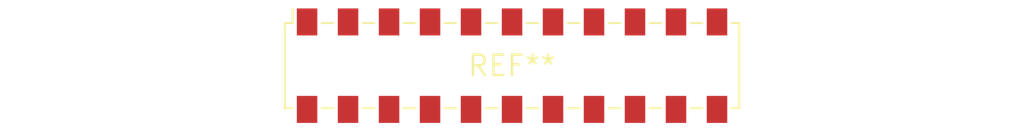
<source format=kicad_pcb>
(kicad_pcb (version 20240108) (generator pcbnew)
  (layers (0 "F.Cu" signal) (31 "B.Cu" signal) (34 "B.Paste" user) (35 "F.Paste" user) (36 "B.SilkS" user "B.Silkscreen") (37 "F.SilkS" user "F.Silkscreen") (38 "B.Mask" user) (39 "F.Mask" user) (44 "Edge.Cuts" user))
  (net 0 "")
  (footprint "Samtec_HLE-111-02-xxx-DV-BE-LC_2x11_P2.54mm_Horizontal" (layer "F.Cu") (at 0 0)
    (property "Reference" "REF**")
    (property "Value" "Samtec_HLE-111-02-xxx-DV-BE-LC_2x11_P2.54mm_Horizontal")
    (fp_line (start -14.08 -2.65) (end -14.08 2.65) (layer "F.SilkS") (stroke (width 0.12)))
    (fp_line (start -14.08 2.65) (end -13.595 2.65) (layer "F.SilkS") (stroke (width 0.12)))
    (fp_line (start -13.595 -3.56) (end -13.595 -2.65) (layer "F.SilkS") (stroke (width 0.12)))
    (fp_line (start -13.595 -2.65) (end -14.08 -2.65) (layer "F.SilkS") (stroke (width 0.12)))
    (fp_line (start -11.805 -2.65) (end -11.055 -2.65) (layer "F.SilkS") (stroke (width 0.12)))
    (fp_line (start -11.805 2.65) (end -11.055 2.65) (layer "F.SilkS") (stroke (width 0.12)))
    (fp_line (start -9.265 -2.65) (end -8.515 -2.65) (layer "F.SilkS") (stroke (width 0.12)))
    (fp_line (start -9.265 2.65) (end -8.515 2.65) (layer "F.SilkS") (stroke (width 0.12)))
    (fp_line (start -6.725 -2.65) (end -5.975 -2.65) (layer "F.SilkS") (stroke (width 0.12)))
    (fp_line (start -6.725 2.65) (end -5.975 2.65) (layer "F.SilkS") (stroke (width 0.12)))
    (fp_line (start -4.185 -2.65) (end -3.435 -2.65) (layer "F.SilkS") (stroke (width 0.12)))
    (fp_line (start -4.185 2.65) (end -3.435 2.65) (layer "F.SilkS") (stroke (width 0.12)))
    (fp_line (start -1.645 -2.65) (end -0.895 -2.65) (layer "F.SilkS") (stroke (width 0.12)))
    (fp_line (start -1.645 2.65) (end -0.895 2.65) (layer "F.SilkS") (stroke (width 0.12)))
    (fp_line (start 0.895 -2.65) (end 1.645 -2.65) (layer "F.SilkS") (stroke (width 0.12)))
    (fp_line (start 0.895 2.65) (end 1.645 2.65) (layer "F.SilkS") (stroke (width 0.12)))
    (fp_line (start 3.435 -2.65) (end 4.185 -2.65) (layer "F.SilkS") (stroke (width 0.12)))
    (fp_line (start 3.435 2.65) (end 4.185 2.65) (layer "F.SilkS") (stroke (width 0.12)))
    (fp_line (start 5.975 -2.65) (end 6.725 -2.65) (layer "F.SilkS") (stroke (width 0.12)))
    (fp_line (start 5.975 2.65) (end 6.725 2.65) (layer "F.SilkS") (stroke (width 0.12)))
    (fp_line (start 8.515 -2.65) (end 9.265 -2.65) (layer "F.SilkS") (stroke (width 0.12)))
    (fp_line (start 8.515 2.65) (end 9.265 2.65) (layer "F.SilkS") (stroke (width 0.12)))
    (fp_line (start 11.055 -2.65) (end 11.805 -2.65) (layer "F.SilkS") (stroke (width 0.12)))
    (fp_line (start 11.055 2.65) (end 11.805 2.65) (layer "F.SilkS") (stroke (width 0.12)))
    (fp_line (start 13.595 -2.65) (end 14.08 -2.65) (layer "F.SilkS") (stroke (width 0.12)))
    (fp_line (start 14.08 -2.65) (end 14.08 2.65) (layer "F.SilkS") (stroke (width 0.12)))
    (fp_line (start 14.08 2.65) (end 13.595 2.65) (layer "F.SilkS") (stroke (width 0.12)))
    (pad "" np_thru_hole circle (at -12.7 -1.27) (size 0.97 0.97) (drill 0.97) (layers *.Cu *.Mask))
    (pad "" np_thru_hole circle (at -12.7 1.27) (size 0.97 0.97) (drill 0.97) (layers *.Cu *.Mask))
    (pad "" np_thru_hole circle (at -11.43 0) (size 1.19 1.19) (drill 1.19) (layers *.Cu *.Mask))
    (pad "" np_thru_hole circle (at -10.16 -1.27) (size 0.97 0.97) (drill 0.97) (layers *.Cu *.Mask))
    (pad "" np_thru_hole circle (at -10.16 1.27) (size 0.97 0.97) (drill 0.97) (layers *.Cu *.Mask))
    (pad "" np_thru_hole circle (at -7.62 -1.27) (size 0.97 0.97) (drill 0.97) (layers *.Cu *.Mask))
    (pad "" np_thru_hole circle (at -7.62 1.27) (size 0.97 0.97) (drill 0.97) (layers *.Cu *.Mask))
    (pad "" np_thru_hole circle (at -5.08 -1.27) (size 0.97 0.97) (drill 0.97) (layers *.Cu *.Mask))
    (pad "" np_thru_hole circle (at -5.08 1.27) (size 0.97 0.97) (drill 0.97) (layers *.Cu *.Mask))
    (pad "" np_thru_hole circle (at -2.54 -1.27) (size 0.97 0.97) (drill 0.97) (layers *.Cu *.Mask))
    (pad "" np_thru_hole circle (at -2.54 1.27) (size 0.97 0.97) (drill 0.97) (layers *.Cu *.Mask))
    (pad "" np_thru_hole circle (at 0 -1.27) (size 0.97 0.97) (drill 0.97) (layers *.Cu *.Mask))
    (pad "" np_thru_hole circle (at 0 1.27) (size 0.97 0.97) (drill 0.97) (layers *.Cu *.Mask))
    (pad "" np_thru_hole circle (at 2.54 -1.27) (size 0.97 0.97) (drill 0.97) (layers *.Cu *.Mask))
    (pad "" np_thru_hole circle (at 2.54 1.27) (size 0.97 0.97) (drill 0.97) (layers *.Cu *.Mask))
    (pad "" np_thru_hole circle (at 5.08 -1.27) (size 0.97 0.97) (drill 0.97) (layers *.Cu *.Mask))
    (pad "" np_thru_hole circle (at 5.08 1.27) (size 0.97 0.97) (drill 0.97) (layers *.Cu *.Mask))
    (pad "" np_thru_hole circle (at 7.62 -1.27) (size 0.97 0.97) (drill 0.97) (layers *.Cu *.Mask))
    (pad "" np_thru_hole circle (at 7.62 1.27) (size 0.97 0.97) (drill 0.97) (layers *.Cu *.Mask))
    (pad "" np_thru_hole circle (at 10.16 -1.27) (size 0.97 0.97) (drill 0.97) (layers *.Cu *.Mask))
    (pad "" np_thru_hole circle (at 10.16 1.27) (size 0.97 0.97) (drill 0.97) (layers *.Cu *.Mask))
    (pad "" np_thru_hole circle (at 11.43 0) (size 1.19 1.19) (drill 1.19) (layers *.Cu *.Mask))
    (pad "" np_thru_hole circle (at 12.7 -1.27) (size 0.97 0.97) (drill 0.97) (layers *.Cu *.Mask))
    (pad "" np_thru_hole circle (at 12.7 1.27) (size 0.97 0.97) (drill 0.97) (layers *.Cu *.Mask))
    (pad "1" smd rect (at -12.7 -2.72) (size 1.27 1.68) (layers "F.Cu" "F.Paste" "F.Mask"))
    (pad "2" smd rect (at -12.7 2.72) (size 1.27 1.68) (layers "F.Cu" "F.Paste" "F.Mask"))
    (pad "3" smd rect (at -10.16 -2.72) (size 1.27 1.68) (layers "F.Cu" "F.Paste" "F.Mask"))
    (pad "4" smd rect (at -10.16 2.72) (size 1.27 1.68) (layers "F.Cu" "F.Paste" "F.Mask"))
    (pad "5" smd rect (at -7.62 -2.72) (size 1.27 1.68) (layers "F.Cu" "F.Paste" "F.Mask"))
    (pad "6" smd rect (at -7.62 2.72) (size 1.27 1.68) (layers "F.Cu" "F.Paste" "F.Mask"))
    (pad "7" smd rect (at -5.08 -2.72) (size 1.27 1.68) (layers "F.Cu" "F.Paste" "F.Mask"))
    (pad "8" smd rect (at -5.08 2.72) (size 1.27 1.68) (layers "F.Cu" "F.Paste" "F.Mask"))
    (pad "9" smd rect (at -2.54 -2.72) (size 1.27 1.68) (layers "F.Cu" "F.Paste" "F.Mask"))
    (pad "10" smd rect (at -2.54 2.72) (size 1.27 1.68) (layers "F.Cu" "F.Paste" "F.Mask"))
    (pad "11" smd rect (at 0 -2.72) (size 1.27 1.68) (layers "F.Cu" "F.Paste" "F.Mask"))
    (pad "12" smd rect (at 0 2.72) (size 1.27 1.68) (layers "F.Cu" "F.Paste" "F.Mask"))
    (pad "13" smd rect (at 2.54 -2.72) (size 1.27 1.68) (layers "F.Cu" "F.Paste" "F.Mask"))
    (pad "14" smd rect (at 2.54 2.72) (size 1.27 1.68) (layers "F.Cu" "F.Paste" "F.Mask"))
    (pad "15" smd rect (at 5.08 -2.72) (size 1.27 1.68) (layers "F.Cu" "F.Paste" "F.Mask"))
    (pad "16" smd rect (at 5.08 2.72) (size 1.27 1.68) (layers "F.Cu" "F.Paste" "F.Mask"))
    (pad "17" smd rect (at 7.62 -2.72) (size 1.27 1.68) (layers "F.Cu" "F.Paste" "F.Mask"))
    (pad "18" smd rect (at 7.62 2.72) (size 1.27 1.68) (layers "F.Cu" "F.Paste" "F.Mask"))
    (pad "19" smd rect (at 10.16 -2.72) (size 1.27 1.68) (layers "F.Cu" "F.Paste" "F.Mask"))
    (pad "20" smd rect (at 10.16 2.72) (size 1.27 1.68) (layers "F.Cu" "F.Paste" "F.Mask"))
    (pad "21" smd rect (at 12.7 -2.72) (size 1.27 1.68) (layers "F.Cu" "F.Paste" "F.Mask"))
    (pad "22" smd rect (at 12.7 2.72) (size 1.27 1.68) (layers "F.Cu" "F.Paste" "F.Mask"))
  )
)
</source>
